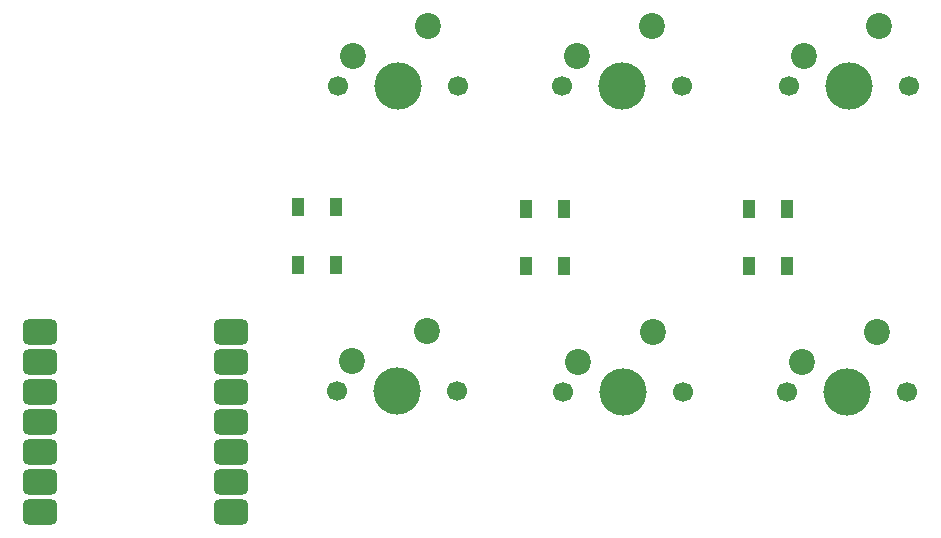
<source format=gts>
%TF.GenerationSoftware,KiCad,Pcbnew,9.0.2*%
%TF.CreationDate,2025-06-30T21:14:53-05:00*%
%TF.ProjectId,starter,73746172-7465-4722-9e6b-696361645f70,rev?*%
%TF.SameCoordinates,Original*%
%TF.FileFunction,Soldermask,Top*%
%TF.FilePolarity,Negative*%
%FSLAX46Y46*%
G04 Gerber Fmt 4.6, Leading zero omitted, Abs format (unit mm)*
G04 Created by KiCad (PCBNEW 9.0.2) date 2025-06-30 21:14:53*
%MOMM*%
%LPD*%
G01*
G04 APERTURE LIST*
G04 Aperture macros list*
%AMRoundRect*
0 Rectangle with rounded corners*
0 $1 Rounding radius*
0 $2 $3 $4 $5 $6 $7 $8 $9 X,Y pos of 4 corners*
0 Add a 4 corners polygon primitive as box body*
4,1,4,$2,$3,$4,$5,$6,$7,$8,$9,$2,$3,0*
0 Add four circle primitives for the rounded corners*
1,1,$1+$1,$2,$3*
1,1,$1+$1,$4,$5*
1,1,$1+$1,$6,$7*
1,1,$1+$1,$8,$9*
0 Add four rect primitives between the rounded corners*
20,1,$1+$1,$2,$3,$4,$5,0*
20,1,$1+$1,$4,$5,$6,$7,0*
20,1,$1+$1,$6,$7,$8,$9,0*
20,1,$1+$1,$8,$9,$2,$3,0*%
G04 Aperture macros list end*
%ADD10R,1.000000X1.500000*%
%ADD11RoundRect,0.551000X0.926000X0.551000X-0.926000X0.551000X-0.926000X-0.551000X0.926000X-0.551000X0*%
%ADD12C,1.700000*%
%ADD13C,4.000000*%
%ADD14C,2.200000*%
G04 APERTURE END LIST*
D10*
%TO.C,D3*%
X135800000Y-72500000D03*
X139000000Y-72500000D03*
X139000000Y-67600000D03*
X135800000Y-67600000D03*
%TD*%
D11*
%TO.C,U1*%
X91960500Y-93308000D03*
X91960500Y-90768000D03*
X91960500Y-88228000D03*
X91960500Y-85688000D03*
X91960500Y-83148000D03*
X91960500Y-80608000D03*
X91960500Y-78068000D03*
X75760500Y-78068000D03*
X75760500Y-80608000D03*
X75760500Y-83148000D03*
X75760500Y-85688000D03*
X75760500Y-88228000D03*
X75760500Y-90768000D03*
X75760500Y-93308000D03*
%TD*%
D12*
%TO.C,salut1*%
X120020000Y-83100000D03*
D13*
X125100000Y-83100000D03*
D12*
X130180000Y-83100000D03*
D14*
X127640000Y-78020000D03*
X121290000Y-80560000D03*
%TD*%
D12*
%TO.C,100\u00251*%
X100990000Y-57230000D03*
D13*
X106070000Y-57230000D03*
D12*
X111150000Y-57230000D03*
D14*
X108610000Y-52150000D03*
X102260000Y-54690000D03*
%TD*%
D10*
%TO.C,D2*%
X116900000Y-72500000D03*
X120100000Y-72500000D03*
X120100000Y-67600000D03*
X116900000Y-67600000D03*
%TD*%
D12*
%TO.C,fog1*%
X100940000Y-83030000D03*
D13*
X106020000Y-83030000D03*
D12*
X111100000Y-83030000D03*
D14*
X108560000Y-77950000D03*
X102210000Y-80490000D03*
%TD*%
D12*
%TO.C,sob1*%
X139150000Y-57200000D03*
D13*
X144230000Y-57200000D03*
D12*
X149310000Y-57200000D03*
D14*
X146770000Y-52120000D03*
X140420000Y-54660000D03*
%TD*%
D12*
%TO.C,spark1*%
X139020000Y-83100000D03*
D13*
X144100000Y-83100000D03*
D12*
X149180000Y-83100000D03*
D14*
X146640000Y-78020000D03*
X140290000Y-80560000D03*
%TD*%
D12*
%TO.C,pos1*%
X119990000Y-57200000D03*
D13*
X125070000Y-57200000D03*
D12*
X130150000Y-57200000D03*
D14*
X127610000Y-52120000D03*
X121260000Y-54660000D03*
%TD*%
D10*
%TO.C,D1*%
X97600000Y-72350000D03*
X100800000Y-72350000D03*
X100800000Y-67450000D03*
X97600000Y-67450000D03*
%TD*%
M02*

</source>
